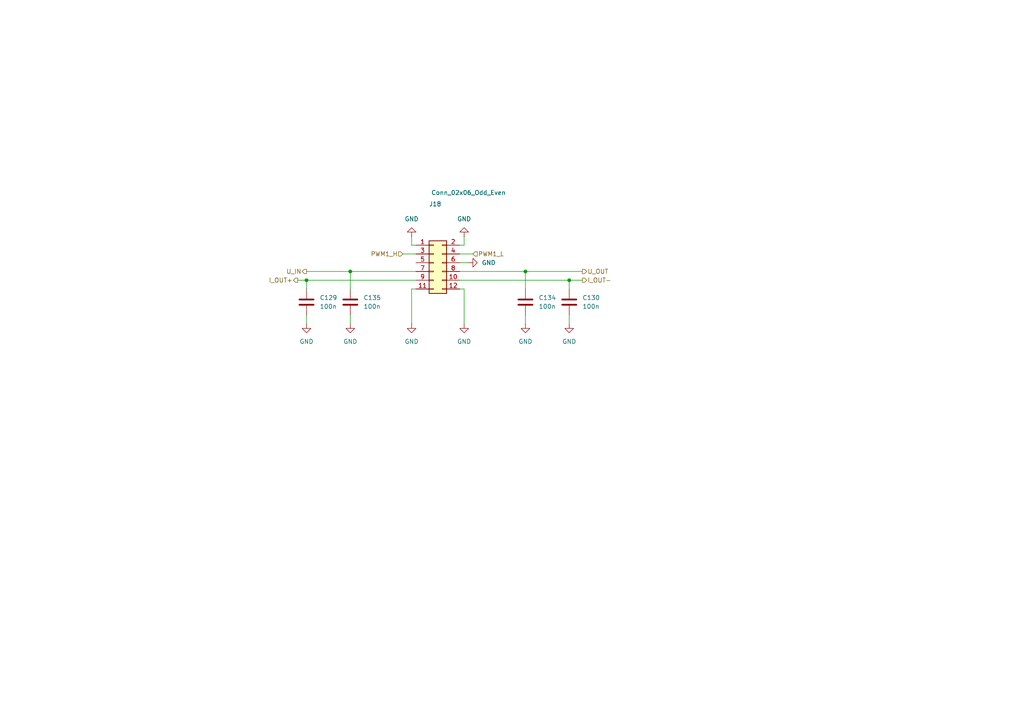
<source format=kicad_sch>
(kicad_sch
	(version 20231120)
	(generator "eeschema")
	(generator_version "8.0")
	(uuid "ce713879-9c83-4ae7-b91c-5a32c65087f7")
	(paper "A4")
	(lib_symbols
		(symbol "Connector_Generic:Conn_02x06_Odd_Even"
			(pin_names
				(offset 1.016) hide)
			(exclude_from_sim no)
			(in_bom yes)
			(on_board yes)
			(property "Reference" "J"
				(at 1.27 7.62 0)
				(effects
					(font
						(size 1.27 1.27)
					)
				)
			)
			(property "Value" "Conn_02x06_Odd_Even"
				(at 1.27 -10.16 0)
				(effects
					(font
						(size 1.27 1.27)
					)
				)
			)
			(property "Footprint" ""
				(at 0 0 0)
				(effects
					(font
						(size 1.27 1.27)
					)
					(hide yes)
				)
			)
			(property "Datasheet" "~"
				(at 0 0 0)
				(effects
					(font
						(size 1.27 1.27)
					)
					(hide yes)
				)
			)
			(property "Description" "Generic connector, double row, 02x06, odd/even pin numbering scheme (row 1 odd numbers, row 2 even numbers), script generated (kicad-library-utils/schlib/autogen/connector/)"
				(at 0 0 0)
				(effects
					(font
						(size 1.27 1.27)
					)
					(hide yes)
				)
			)
			(property "ki_keywords" "connector"
				(at 0 0 0)
				(effects
					(font
						(size 1.27 1.27)
					)
					(hide yes)
				)
			)
			(property "ki_fp_filters" "Connector*:*_2x??_*"
				(at 0 0 0)
				(effects
					(font
						(size 1.27 1.27)
					)
					(hide yes)
				)
			)
			(symbol "Conn_02x06_Odd_Even_1_1"
				(rectangle
					(start -1.27 -7.493)
					(end 0 -7.747)
					(stroke
						(width 0.1524)
						(type default)
					)
					(fill
						(type none)
					)
				)
				(rectangle
					(start -1.27 -4.953)
					(end 0 -5.207)
					(stroke
						(width 0.1524)
						(type default)
					)
					(fill
						(type none)
					)
				)
				(rectangle
					(start -1.27 -2.413)
					(end 0 -2.667)
					(stroke
						(width 0.1524)
						(type default)
					)
					(fill
						(type none)
					)
				)
				(rectangle
					(start -1.27 0.127)
					(end 0 -0.127)
					(stroke
						(width 0.1524)
						(type default)
					)
					(fill
						(type none)
					)
				)
				(rectangle
					(start -1.27 2.667)
					(end 0 2.413)
					(stroke
						(width 0.1524)
						(type default)
					)
					(fill
						(type none)
					)
				)
				(rectangle
					(start -1.27 5.207)
					(end 0 4.953)
					(stroke
						(width 0.1524)
						(type default)
					)
					(fill
						(type none)
					)
				)
				(rectangle
					(start -1.27 6.35)
					(end 3.81 -8.89)
					(stroke
						(width 0.254)
						(type default)
					)
					(fill
						(type background)
					)
				)
				(rectangle
					(start 3.81 -7.493)
					(end 2.54 -7.747)
					(stroke
						(width 0.1524)
						(type default)
					)
					(fill
						(type none)
					)
				)
				(rectangle
					(start 3.81 -4.953)
					(end 2.54 -5.207)
					(stroke
						(width 0.1524)
						(type default)
					)
					(fill
						(type none)
					)
				)
				(rectangle
					(start 3.81 -2.413)
					(end 2.54 -2.667)
					(stroke
						(width 0.1524)
						(type default)
					)
					(fill
						(type none)
					)
				)
				(rectangle
					(start 3.81 0.127)
					(end 2.54 -0.127)
					(stroke
						(width 0.1524)
						(type default)
					)
					(fill
						(type none)
					)
				)
				(rectangle
					(start 3.81 2.667)
					(end 2.54 2.413)
					(stroke
						(width 0.1524)
						(type default)
					)
					(fill
						(type none)
					)
				)
				(rectangle
					(start 3.81 5.207)
					(end 2.54 4.953)
					(stroke
						(width 0.1524)
						(type default)
					)
					(fill
						(type none)
					)
				)
				(pin passive line
					(at -5.08 5.08 0)
					(length 3.81)
					(name "Pin_1"
						(effects
							(font
								(size 1.27 1.27)
							)
						)
					)
					(number "1"
						(effects
							(font
								(size 1.27 1.27)
							)
						)
					)
				)
				(pin passive line
					(at 7.62 -5.08 180)
					(length 3.81)
					(name "Pin_10"
						(effects
							(font
								(size 1.27 1.27)
							)
						)
					)
					(number "10"
						(effects
							(font
								(size 1.27 1.27)
							)
						)
					)
				)
				(pin passive line
					(at -5.08 -7.62 0)
					(length 3.81)
					(name "Pin_11"
						(effects
							(font
								(size 1.27 1.27)
							)
						)
					)
					(number "11"
						(effects
							(font
								(size 1.27 1.27)
							)
						)
					)
				)
				(pin passive line
					(at 7.62 -7.62 180)
					(length 3.81)
					(name "Pin_12"
						(effects
							(font
								(size 1.27 1.27)
							)
						)
					)
					(number "12"
						(effects
							(font
								(size 1.27 1.27)
							)
						)
					)
				)
				(pin passive line
					(at 7.62 5.08 180)
					(length 3.81)
					(name "Pin_2"
						(effects
							(font
								(size 1.27 1.27)
							)
						)
					)
					(number "2"
						(effects
							(font
								(size 1.27 1.27)
							)
						)
					)
				)
				(pin passive line
					(at -5.08 2.54 0)
					(length 3.81)
					(name "Pin_3"
						(effects
							(font
								(size 1.27 1.27)
							)
						)
					)
					(number "3"
						(effects
							(font
								(size 1.27 1.27)
							)
						)
					)
				)
				(pin passive line
					(at 7.62 2.54 180)
					(length 3.81)
					(name "Pin_4"
						(effects
							(font
								(size 1.27 1.27)
							)
						)
					)
					(number "4"
						(effects
							(font
								(size 1.27 1.27)
							)
						)
					)
				)
				(pin passive line
					(at -5.08 0 0)
					(length 3.81)
					(name "Pin_5"
						(effects
							(font
								(size 1.27 1.27)
							)
						)
					)
					(number "5"
						(effects
							(font
								(size 1.27 1.27)
							)
						)
					)
				)
				(pin passive line
					(at 7.62 0 180)
					(length 3.81)
					(name "Pin_6"
						(effects
							(font
								(size 1.27 1.27)
							)
						)
					)
					(number "6"
						(effects
							(font
								(size 1.27 1.27)
							)
						)
					)
				)
				(pin passive line
					(at -5.08 -2.54 0)
					(length 3.81)
					(name "Pin_7"
						(effects
							(font
								(size 1.27 1.27)
							)
						)
					)
					(number "7"
						(effects
							(font
								(size 1.27 1.27)
							)
						)
					)
				)
				(pin passive line
					(at 7.62 -2.54 180)
					(length 3.81)
					(name "Pin_8"
						(effects
							(font
								(size 1.27 1.27)
							)
						)
					)
					(number "8"
						(effects
							(font
								(size 1.27 1.27)
							)
						)
					)
				)
				(pin passive line
					(at -5.08 -5.08 0)
					(length 3.81)
					(name "Pin_9"
						(effects
							(font
								(size 1.27 1.27)
							)
						)
					)
					(number "9"
						(effects
							(font
								(size 1.27 1.27)
							)
						)
					)
				)
			)
		)
		(symbol "Device:C"
			(pin_numbers hide)
			(pin_names
				(offset 0.254)
			)
			(exclude_from_sim no)
			(in_bom yes)
			(on_board yes)
			(property "Reference" "C"
				(at 0.635 2.54 0)
				(effects
					(font
						(size 1.27 1.27)
					)
					(justify left)
				)
			)
			(property "Value" "C"
				(at 0.635 -2.54 0)
				(effects
					(font
						(size 1.27 1.27)
					)
					(justify left)
				)
			)
			(property "Footprint" ""
				(at 0.9652 -3.81 0)
				(effects
					(font
						(size 1.27 1.27)
					)
					(hide yes)
				)
			)
			(property "Datasheet" "~"
				(at 0 0 0)
				(effects
					(font
						(size 1.27 1.27)
					)
					(hide yes)
				)
			)
			(property "Description" "Unpolarized capacitor"
				(at 0 0 0)
				(effects
					(font
						(size 1.27 1.27)
					)
					(hide yes)
				)
			)
			(property "ki_keywords" "cap capacitor"
				(at 0 0 0)
				(effects
					(font
						(size 1.27 1.27)
					)
					(hide yes)
				)
			)
			(property "ki_fp_filters" "C_*"
				(at 0 0 0)
				(effects
					(font
						(size 1.27 1.27)
					)
					(hide yes)
				)
			)
			(symbol "C_0_1"
				(polyline
					(pts
						(xy -2.032 -0.762) (xy 2.032 -0.762)
					)
					(stroke
						(width 0.508)
						(type default)
					)
					(fill
						(type none)
					)
				)
				(polyline
					(pts
						(xy -2.032 0.762) (xy 2.032 0.762)
					)
					(stroke
						(width 0.508)
						(type default)
					)
					(fill
						(type none)
					)
				)
			)
			(symbol "C_1_1"
				(pin passive line
					(at 0 3.81 270)
					(length 2.794)
					(name "~"
						(effects
							(font
								(size 1.27 1.27)
							)
						)
					)
					(number "1"
						(effects
							(font
								(size 1.27 1.27)
							)
						)
					)
				)
				(pin passive line
					(at 0 -3.81 90)
					(length 2.794)
					(name "~"
						(effects
							(font
								(size 1.27 1.27)
							)
						)
					)
					(number "2"
						(effects
							(font
								(size 1.27 1.27)
							)
						)
					)
				)
			)
		)
		(symbol "power:GND"
			(power)
			(pin_numbers hide)
			(pin_names
				(offset 0) hide)
			(exclude_from_sim no)
			(in_bom yes)
			(on_board yes)
			(property "Reference" "#PWR"
				(at 0 -6.35 0)
				(effects
					(font
						(size 1.27 1.27)
					)
					(hide yes)
				)
			)
			(property "Value" "GND"
				(at 0 -3.81 0)
				(effects
					(font
						(size 1.27 1.27)
					)
				)
			)
			(property "Footprint" ""
				(at 0 0 0)
				(effects
					(font
						(size 1.27 1.27)
					)
					(hide yes)
				)
			)
			(property "Datasheet" ""
				(at 0 0 0)
				(effects
					(font
						(size 1.27 1.27)
					)
					(hide yes)
				)
			)
			(property "Description" "Power symbol creates a global label with name \"GND\" , ground"
				(at 0 0 0)
				(effects
					(font
						(size 1.27 1.27)
					)
					(hide yes)
				)
			)
			(property "ki_keywords" "global power"
				(at 0 0 0)
				(effects
					(font
						(size 1.27 1.27)
					)
					(hide yes)
				)
			)
			(symbol "GND_0_1"
				(polyline
					(pts
						(xy 0 0) (xy 0 -1.27) (xy 1.27 -1.27) (xy 0 -2.54) (xy -1.27 -1.27) (xy 0 -1.27)
					)
					(stroke
						(width 0)
						(type default)
					)
					(fill
						(type none)
					)
				)
			)
			(symbol "GND_1_1"
				(pin power_in line
					(at 0 0 270)
					(length 0)
					(name "~"
						(effects
							(font
								(size 1.27 1.27)
							)
						)
					)
					(number "1"
						(effects
							(font
								(size 1.27 1.27)
							)
						)
					)
				)
			)
		)
	)
	(junction
		(at 88.9 81.28)
		(diameter 0)
		(color 0 0 0 0)
		(uuid "21981d1a-45ac-4942-a27b-7fad3ebe44f2")
	)
	(junction
		(at 152.4 78.74)
		(diameter 0)
		(color 0 0 0 0)
		(uuid "67063bbc-6a55-41e7-9823-f9486932841e")
	)
	(junction
		(at 101.6 78.74)
		(diameter 0)
		(color 0 0 0 0)
		(uuid "e17c1e73-6044-4f74-af71-9df2833a5e4b")
	)
	(junction
		(at 165.1 81.28)
		(diameter 0)
		(color 0 0 0 0)
		(uuid "f914df06-bc47-4e5f-9ac0-d541d36c2171")
	)
	(wire
		(pts
			(xy 88.9 81.28) (xy 88.9 83.82)
		)
		(stroke
			(width 0)
			(type default)
		)
		(uuid "0bb93f08-025a-43ba-8f28-8abcf49dee0a")
	)
	(wire
		(pts
			(xy 88.9 81.28) (xy 120.65 81.28)
		)
		(stroke
			(width 0)
			(type default)
		)
		(uuid "0c6a9829-2a1d-4916-b203-381fa212a230")
	)
	(wire
		(pts
			(xy 101.6 78.74) (xy 120.65 78.74)
		)
		(stroke
			(width 0)
			(type default)
		)
		(uuid "143e170f-6504-4c07-ba13-c469ab1f9fe3")
	)
	(wire
		(pts
			(xy 133.35 83.82) (xy 134.62 83.82)
		)
		(stroke
			(width 0)
			(type default)
		)
		(uuid "15b4eccd-2ada-4d71-a2bf-dbe9101d09ef")
	)
	(wire
		(pts
			(xy 86.36 81.28) (xy 88.9 81.28)
		)
		(stroke
			(width 0)
			(type default)
		)
		(uuid "1e697bfe-6186-4890-944f-d0bda0c2e228")
	)
	(wire
		(pts
			(xy 134.62 83.82) (xy 134.62 93.98)
		)
		(stroke
			(width 0)
			(type default)
		)
		(uuid "2b1a8089-16e4-42b7-a459-f96f5df357d1")
	)
	(wire
		(pts
			(xy 133.35 81.28) (xy 165.1 81.28)
		)
		(stroke
			(width 0)
			(type default)
		)
		(uuid "4297740a-3399-4982-b4f4-53b7f41bf088")
	)
	(wire
		(pts
			(xy 152.4 78.74) (xy 168.91 78.74)
		)
		(stroke
			(width 0)
			(type default)
		)
		(uuid "42dc4440-585c-4468-a523-8532c50fc492")
	)
	(wire
		(pts
			(xy 165.1 91.44) (xy 165.1 93.98)
		)
		(stroke
			(width 0)
			(type default)
		)
		(uuid "482197aa-d1e9-488f-93f8-2aa56be83deb")
	)
	(wire
		(pts
			(xy 88.9 78.74) (xy 101.6 78.74)
		)
		(stroke
			(width 0)
			(type default)
		)
		(uuid "60efd595-2460-4087-9a81-5228c88be8d4")
	)
	(wire
		(pts
			(xy 101.6 91.44) (xy 101.6 93.98)
		)
		(stroke
			(width 0)
			(type default)
		)
		(uuid "6d52c0c8-9f67-429d-a282-dcb2bfaee968")
	)
	(wire
		(pts
			(xy 119.38 93.98) (xy 119.38 83.82)
		)
		(stroke
			(width 0)
			(type default)
		)
		(uuid "8d9a8343-f319-4493-ac60-65633898051e")
	)
	(wire
		(pts
			(xy 165.1 81.28) (xy 165.1 83.82)
		)
		(stroke
			(width 0)
			(type default)
		)
		(uuid "9246206e-3e19-4d5e-bc46-d35b92405dab")
	)
	(wire
		(pts
			(xy 133.35 76.2) (xy 135.89 76.2)
		)
		(stroke
			(width 0)
			(type default)
		)
		(uuid "99fceb3a-aee5-4223-9715-4573019f7a13")
	)
	(wire
		(pts
			(xy 134.62 71.12) (xy 134.62 68.58)
		)
		(stroke
			(width 0)
			(type default)
		)
		(uuid "a105370d-7661-4dbb-94fe-5612c8f76377")
	)
	(wire
		(pts
			(xy 119.38 68.58) (xy 119.38 71.12)
		)
		(stroke
			(width 0)
			(type default)
		)
		(uuid "a24524cd-734f-484c-9e73-81440e8c21da")
	)
	(wire
		(pts
			(xy 119.38 71.12) (xy 120.65 71.12)
		)
		(stroke
			(width 0)
			(type default)
		)
		(uuid "a6ff196e-c3c2-4b18-939d-f0993df27420")
	)
	(wire
		(pts
			(xy 133.35 71.12) (xy 134.62 71.12)
		)
		(stroke
			(width 0)
			(type default)
		)
		(uuid "a9488306-da64-43f4-953e-ef8060b37e72")
	)
	(wire
		(pts
			(xy 88.9 91.44) (xy 88.9 93.98)
		)
		(stroke
			(width 0)
			(type default)
		)
		(uuid "adf91d9a-b451-45be-95ce-5a14aaa45ebf")
	)
	(wire
		(pts
			(xy 101.6 78.74) (xy 101.6 83.82)
		)
		(stroke
			(width 0)
			(type default)
		)
		(uuid "b2b44eb6-e8cb-4d0f-bea1-547d45afd980")
	)
	(wire
		(pts
			(xy 133.35 73.66) (xy 137.16 73.66)
		)
		(stroke
			(width 0)
			(type default)
		)
		(uuid "b4efffc2-b52e-4b7f-8fc2-b98fa477b95a")
	)
	(wire
		(pts
			(xy 152.4 91.44) (xy 152.4 93.98)
		)
		(stroke
			(width 0)
			(type default)
		)
		(uuid "c162c3ee-f10d-40b7-9c1d-f7d3e3170d77")
	)
	(wire
		(pts
			(xy 152.4 78.74) (xy 152.4 83.82)
		)
		(stroke
			(width 0)
			(type default)
		)
		(uuid "ca68e96a-9195-4162-a2f3-9f54be54b98f")
	)
	(wire
		(pts
			(xy 116.84 73.66) (xy 120.65 73.66)
		)
		(stroke
			(width 0)
			(type default)
		)
		(uuid "cd2dad91-fe39-43c3-b36f-7c87637cfc7c")
	)
	(wire
		(pts
			(xy 133.35 78.74) (xy 152.4 78.74)
		)
		(stroke
			(width 0)
			(type default)
		)
		(uuid "d8ff4679-d044-47fe-8d1d-13167a9cd701")
	)
	(wire
		(pts
			(xy 165.1 81.28) (xy 168.91 81.28)
		)
		(stroke
			(width 0)
			(type default)
		)
		(uuid "ddca5bd0-ed98-42f5-9b47-b5f2aa48b44f")
	)
	(wire
		(pts
			(xy 119.38 83.82) (xy 120.65 83.82)
		)
		(stroke
			(width 0)
			(type default)
		)
		(uuid "e202ce03-a588-4dbe-97b7-22832e1066d1")
	)
	(hierarchical_label "U_IN"
		(shape output)
		(at 88.9 78.74 180)
		(fields_autoplaced yes)
		(effects
			(font
				(size 1.27 1.27)
			)
			(justify right)
		)
		(uuid "28b6af6c-bd2f-4763-827f-ea4b7e268e5a")
	)
	(hierarchical_label "PWM1_L"
		(shape input)
		(at 137.16 73.66 0)
		(fields_autoplaced yes)
		(effects
			(font
				(size 1.27 1.27)
			)
			(justify left)
		)
		(uuid "50e63fbf-02f0-41f7-8f2d-931f051e1a16")
	)
	(hierarchical_label "I_OUT-"
		(shape output)
		(at 168.91 81.28 0)
		(fields_autoplaced yes)
		(effects
			(font
				(size 1.27 1.27)
			)
			(justify left)
		)
		(uuid "5b83dd1a-98f7-456d-92ec-d001e4eabb51")
	)
	(hierarchical_label "PWM1_H"
		(shape input)
		(at 116.84 73.66 180)
		(fields_autoplaced yes)
		(effects
			(font
				(size 1.27 1.27)
			)
			(justify right)
		)
		(uuid "ca2ea007-e10f-44b2-ad59-85565ba60bb2")
	)
	(hierarchical_label "I_OUT+"
		(shape output)
		(at 86.36 81.28 180)
		(fields_autoplaced yes)
		(effects
			(font
				(size 1.27 1.27)
			)
			(justify right)
		)
		(uuid "cff7ff99-e51e-4df5-be26-2ca7efbd0df1")
	)
	(hierarchical_label "U_OUT"
		(shape output)
		(at 168.91 78.74 0)
		(fields_autoplaced yes)
		(effects
			(font
				(size 1.27 1.27)
			)
			(justify left)
		)
		(uuid "f719981d-5244-4ce9-af1a-ae94d1be983b")
	)
	(symbol
		(lib_id "power:GND")
		(at 119.38 93.98 0)
		(unit 1)
		(exclude_from_sim no)
		(in_bom yes)
		(on_board yes)
		(dnp no)
		(fields_autoplaced yes)
		(uuid "2d301004-4f7f-45ce-8098-13e5e674ac22")
		(property "Reference" "#PWR0306"
			(at 119.38 100.33 0)
			(effects
				(font
					(size 1.27 1.27)
				)
				(hide yes)
			)
		)
		(property "Value" "GND"
			(at 119.38 99.06 0)
			(effects
				(font
					(size 1.27 1.27)
				)
			)
		)
		(property "Footprint" ""
			(at 119.38 93.98 0)
			(effects
				(font
					(size 1.27 1.27)
				)
				(hide yes)
			)
		)
		(property "Datasheet" ""
			(at 119.38 93.98 0)
			(effects
				(font
					(size 1.27 1.27)
				)
				(hide yes)
			)
		)
		(property "Description" "Power symbol creates a global label with name \"GND\" , ground"
			(at 119.38 93.98 0)
			(effects
				(font
					(size 1.27 1.27)
				)
				(hide yes)
			)
		)
		(pin "1"
			(uuid "58e65120-d62c-4af0-90fe-0a5180c9af70")
		)
		(instances
			(project "controll_board"
				(path "/c727c9ac-c904-48c5-97eb-b572033b6df0/5f32af07-e9d2-45ba-ab74-29701d31c4fd"
					(reference "#PWR0306")
					(unit 1)
				)
			)
		)
	)
	(symbol
		(lib_id "Device:C")
		(at 88.9 87.63 0)
		(mirror y)
		(unit 1)
		(exclude_from_sim no)
		(in_bom yes)
		(on_board yes)
		(dnp no)
		(fields_autoplaced yes)
		(uuid "36feaed3-192b-43c8-bdc9-c19c4993eab1")
		(property "Reference" "C129"
			(at 92.71 86.3599 0)
			(effects
				(font
					(size 1.27 1.27)
				)
				(justify right)
			)
		)
		(property "Value" "100n"
			(at 92.71 88.8999 0)
			(effects
				(font
					(size 1.27 1.27)
				)
				(justify right)
			)
		)
		(property "Footprint" "Capacitor_SMD:C_0603_1608Metric"
			(at 87.9348 91.44 0)
			(effects
				(font
					(size 1.27 1.27)
				)
				(hide yes)
			)
		)
		(property "Datasheet" "~"
			(at 88.9 87.63 0)
			(effects
				(font
					(size 1.27 1.27)
				)
				(hide yes)
			)
		)
		(property "Description" "Unpolarized capacitor"
			(at 88.9 87.63 0)
			(effects
				(font
					(size 1.27 1.27)
				)
				(hide yes)
			)
		)
		(property "Voltage" ""
			(at 88.9 87.63 0)
			(effects
				(font
					(size 1.27 1.27)
				)
			)
		)
		(pin "2"
			(uuid "de86de0c-cf22-44d5-b6ee-0d3981d8ada4")
		)
		(pin "1"
			(uuid "69206ba7-7204-4b8e-bcd3-1ce4e0fa825a")
		)
		(instances
			(project "controll_board"
				(path "/c727c9ac-c904-48c5-97eb-b572033b6df0/5f32af07-e9d2-45ba-ab74-29701d31c4fd"
					(reference "C129")
					(unit 1)
				)
			)
		)
	)
	(symbol
		(lib_id "power:GND")
		(at 135.89 76.2 90)
		(unit 1)
		(exclude_from_sim no)
		(in_bom yes)
		(on_board yes)
		(dnp no)
		(fields_autoplaced yes)
		(uuid "3c7af6e8-1e31-453a-b303-5753f1173fc4")
		(property "Reference" "#PWR0312"
			(at 142.24 76.2 0)
			(effects
				(font
					(size 1.27 1.27)
				)
				(hide yes)
			)
		)
		(property "Value" "GND"
			(at 139.7 76.1999 90)
			(effects
				(font
					(size 1.27 1.27)
				)
				(justify right)
			)
		)
		(property "Footprint" ""
			(at 135.89 76.2 0)
			(effects
				(font
					(size 1.27 1.27)
				)
				(hide yes)
			)
		)
		(property "Datasheet" ""
			(at 135.89 76.2 0)
			(effects
				(font
					(size 1.27 1.27)
				)
				(hide yes)
			)
		)
		(property "Description" "Power symbol creates a global label with name \"GND\" , ground"
			(at 135.89 76.2 0)
			(effects
				(font
					(size 1.27 1.27)
				)
				(hide yes)
			)
		)
		(pin "1"
			(uuid "01be6c55-9f49-4e5f-96b6-b2e96bf48e87")
		)
		(instances
			(project "controll_board"
				(path "/c727c9ac-c904-48c5-97eb-b572033b6df0/5f32af07-e9d2-45ba-ab74-29701d31c4fd"
					(reference "#PWR0312")
					(unit 1)
				)
			)
		)
	)
	(symbol
		(lib_id "power:GND")
		(at 165.1 93.98 0)
		(unit 1)
		(exclude_from_sim no)
		(in_bom yes)
		(on_board yes)
		(dnp no)
		(fields_autoplaced yes)
		(uuid "4b3ac13d-e924-460e-ab6d-d171fbfc8c83")
		(property "Reference" "#PWR0310"
			(at 165.1 100.33 0)
			(effects
				(font
					(size 1.27 1.27)
				)
				(hide yes)
			)
		)
		(property "Value" "GND"
			(at 165.1 99.06 0)
			(effects
				(font
					(size 1.27 1.27)
				)
			)
		)
		(property "Footprint" ""
			(at 165.1 93.98 0)
			(effects
				(font
					(size 1.27 1.27)
				)
				(hide yes)
			)
		)
		(property "Datasheet" ""
			(at 165.1 93.98 0)
			(effects
				(font
					(size 1.27 1.27)
				)
				(hide yes)
			)
		)
		(property "Description" "Power symbol creates a global label with name \"GND\" , ground"
			(at 165.1 93.98 0)
			(effects
				(font
					(size 1.27 1.27)
				)
				(hide yes)
			)
		)
		(pin "1"
			(uuid "ea46b919-71ea-4c64-bf03-e21fcc0b5a4f")
		)
		(instances
			(project "controll_board"
				(path "/c727c9ac-c904-48c5-97eb-b572033b6df0/5f32af07-e9d2-45ba-ab74-29701d31c4fd"
					(reference "#PWR0310")
					(unit 1)
				)
			)
		)
	)
	(symbol
		(lib_id "Device:C")
		(at 165.1 87.63 0)
		(mirror y)
		(unit 1)
		(exclude_from_sim no)
		(in_bom yes)
		(on_board yes)
		(dnp no)
		(fields_autoplaced yes)
		(uuid "5dcceb03-2848-47a0-bfbf-ee1e5172e250")
		(property "Reference" "C130"
			(at 168.91 86.3599 0)
			(effects
				(font
					(size 1.27 1.27)
				)
				(justify right)
			)
		)
		(property "Value" "100n"
			(at 168.91 88.8999 0)
			(effects
				(font
					(size 1.27 1.27)
				)
				(justify right)
			)
		)
		(property "Footprint" "Capacitor_SMD:C_0603_1608Metric"
			(at 164.1348 91.44 0)
			(effects
				(font
					(size 1.27 1.27)
				)
				(hide yes)
			)
		)
		(property "Datasheet" "~"
			(at 165.1 87.63 0)
			(effects
				(font
					(size 1.27 1.27)
				)
				(hide yes)
			)
		)
		(property "Description" "Unpolarized capacitor"
			(at 165.1 87.63 0)
			(effects
				(font
					(size 1.27 1.27)
				)
				(hide yes)
			)
		)
		(property "Voltage" ""
			(at 165.1 87.63 0)
			(effects
				(font
					(size 1.27 1.27)
				)
			)
		)
		(pin "2"
			(uuid "25f96d3a-208a-4509-95bd-ef588cd22dae")
		)
		(pin "1"
			(uuid "fce6e448-9c02-45a3-9af3-9bc6111177ef")
		)
		(instances
			(project "controll_board"
				(path "/c727c9ac-c904-48c5-97eb-b572033b6df0/5f32af07-e9d2-45ba-ab74-29701d31c4fd"
					(reference "C130")
					(unit 1)
				)
			)
		)
	)
	(symbol
		(lib_id "power:GND")
		(at 134.62 68.58 180)
		(unit 1)
		(exclude_from_sim no)
		(in_bom yes)
		(on_board yes)
		(dnp no)
		(fields_autoplaced yes)
		(uuid "6452d437-3580-49fc-b025-dbb770568b19")
		(property "Reference" "#PWR0308"
			(at 134.62 62.23 0)
			(effects
				(font
					(size 1.27 1.27)
				)
				(hide yes)
			)
		)
		(property "Value" "GND"
			(at 134.62 63.5 0)
			(effects
				(font
					(size 1.27 1.27)
				)
			)
		)
		(property "Footprint" ""
			(at 134.62 68.58 0)
			(effects
				(font
					(size 1.27 1.27)
				)
				(hide yes)
			)
		)
		(property "Datasheet" ""
			(at 134.62 68.58 0)
			(effects
				(font
					(size 1.27 1.27)
				)
				(hide yes)
			)
		)
		(property "Description" "Power symbol creates a global label with name \"GND\" , ground"
			(at 134.62 68.58 0)
			(effects
				(font
					(size 1.27 1.27)
				)
				(hide yes)
			)
		)
		(pin "1"
			(uuid "ffc83870-03ac-4909-ac76-974fec70ec74")
		)
		(instances
			(project "controll_board"
				(path "/c727c9ac-c904-48c5-97eb-b572033b6df0/5f32af07-e9d2-45ba-ab74-29701d31c4fd"
					(reference "#PWR0308")
					(unit 1)
				)
			)
		)
	)
	(symbol
		(lib_id "Connector_Generic:Conn_02x06_Odd_Even")
		(at 125.73 76.2 0)
		(unit 1)
		(exclude_from_sim no)
		(in_bom yes)
		(on_board yes)
		(dnp no)
		(uuid "81d301e2-22e4-4722-8c29-053fbd620a68")
		(property "Reference" "J18"
			(at 126.238 59.182 0)
			(effects
				(font
					(size 1.27 1.27)
				)
			)
		)
		(property "Value" "Conn_02x06_Odd_Even"
			(at 135.89 55.88 0)
			(effects
				(font
					(size 1.27 1.27)
				)
			)
		)
		(property "Footprint" ""
			(at 125.73 76.2 0)
			(effects
				(font
					(size 1.27 1.27)
				)
				(hide yes)
			)
		)
		(property "Datasheet" "~"
			(at 125.73 76.2 0)
			(effects
				(font
					(size 1.27 1.27)
				)
				(hide yes)
			)
		)
		(property "Description" "Generic connector, double row, 02x06, odd/even pin numbering scheme (row 1 odd numbers, row 2 even numbers), script generated (kicad-library-utils/schlib/autogen/connector/)"
			(at 125.73 76.2 0)
			(effects
				(font
					(size 1.27 1.27)
				)
				(hide yes)
			)
		)
		(pin "8"
			(uuid "93175269-27b6-4574-a0bc-235f7e5b39d4")
		)
		(pin "4"
			(uuid "b6d48e46-83e7-45ac-a237-d95d6094d16c")
		)
		(pin "10"
			(uuid "5482b525-0b4e-4fc1-a942-38e51b0f8111")
		)
		(pin "1"
			(uuid "abb1ea33-4c00-4d10-9244-d9c471a2340c")
		)
		(pin "12"
			(uuid "edcba7e0-db76-4b09-a2eb-248df16e41a6")
		)
		(pin "11"
			(uuid "57c7cf87-b195-45d1-8f2a-42973de1e1af")
		)
		(pin "7"
			(uuid "236d0692-9ffe-43a0-814d-81ec73d1bafa")
		)
		(pin "2"
			(uuid "84df1f5d-273c-43e1-8c57-83698d210850")
		)
		(pin "3"
			(uuid "344078e7-9e36-4cd6-bfab-d62ce9a41146")
		)
		(pin "5"
			(uuid "25d7dac1-397f-4d89-b896-bf68731c01b6")
		)
		(pin "6"
			(uuid "5fc6e0e0-1751-4e59-af65-c207f03944bc")
		)
		(pin "9"
			(uuid "484386bc-4da0-4d45-8893-afef95085571")
		)
		(instances
			(project "controll_board"
				(path "/c727c9ac-c904-48c5-97eb-b572033b6df0/5f32af07-e9d2-45ba-ab74-29701d31c4fd"
					(reference "J18")
					(unit 1)
				)
			)
		)
	)
	(symbol
		(lib_id "Device:C")
		(at 152.4 87.63 0)
		(mirror y)
		(unit 1)
		(exclude_from_sim no)
		(in_bom yes)
		(on_board yes)
		(dnp no)
		(fields_autoplaced yes)
		(uuid "938b477d-f0c3-4ae1-857b-cd1f3b09acc0")
		(property "Reference" "C134"
			(at 156.21 86.3599 0)
			(effects
				(font
					(size 1.27 1.27)
				)
				(justify right)
			)
		)
		(property "Value" "100n"
			(at 156.21 88.8999 0)
			(effects
				(font
					(size 1.27 1.27)
				)
				(justify right)
			)
		)
		(property "Footprint" "Capacitor_SMD:C_0603_1608Metric"
			(at 151.4348 91.44 0)
			(effects
				(font
					(size 1.27 1.27)
				)
				(hide yes)
			)
		)
		(property "Datasheet" "~"
			(at 152.4 87.63 0)
			(effects
				(font
					(size 1.27 1.27)
				)
				(hide yes)
			)
		)
		(property "Description" "Unpolarized capacitor"
			(at 152.4 87.63 0)
			(effects
				(font
					(size 1.27 1.27)
				)
				(hide yes)
			)
		)
		(property "Voltage" ""
			(at 152.4 87.63 0)
			(effects
				(font
					(size 1.27 1.27)
				)
			)
		)
		(pin "2"
			(uuid "a5e4d1ea-a31c-4c2d-9410-ffb57f178ae4")
		)
		(pin "1"
			(uuid "348da5d0-027b-4cb4-b1a0-511e7a36a5f6")
		)
		(instances
			(project "controll_board"
				(path "/c727c9ac-c904-48c5-97eb-b572033b6df0/5f32af07-e9d2-45ba-ab74-29701d31c4fd"
					(reference "C134")
					(unit 1)
				)
			)
		)
	)
	(symbol
		(lib_id "power:GND")
		(at 101.6 93.98 0)
		(unit 1)
		(exclude_from_sim no)
		(in_bom yes)
		(on_board yes)
		(dnp no)
		(fields_autoplaced yes)
		(uuid "948fad58-285a-488a-84db-172674c37e32")
		(property "Reference" "#PWR0323"
			(at 101.6 100.33 0)
			(effects
				(font
					(size 1.27 1.27)
				)
				(hide yes)
			)
		)
		(property "Value" "GND"
			(at 101.6 99.06 0)
			(effects
				(font
					(size 1.27 1.27)
				)
			)
		)
		(property "Footprint" ""
			(at 101.6 93.98 0)
			(effects
				(font
					(size 1.27 1.27)
				)
				(hide yes)
			)
		)
		(property "Datasheet" ""
			(at 101.6 93.98 0)
			(effects
				(font
					(size 1.27 1.27)
				)
				(hide yes)
			)
		)
		(property "Description" "Power symbol creates a global label with name \"GND\" , ground"
			(at 101.6 93.98 0)
			(effects
				(font
					(size 1.27 1.27)
				)
				(hide yes)
			)
		)
		(pin "1"
			(uuid "e71ca080-e686-47a5-b603-0f08c437bc90")
		)
		(instances
			(project "controll_board"
				(path "/c727c9ac-c904-48c5-97eb-b572033b6df0/5f32af07-e9d2-45ba-ab74-29701d31c4fd"
					(reference "#PWR0323")
					(unit 1)
				)
			)
		)
	)
	(symbol
		(lib_id "Device:C")
		(at 101.6 87.63 0)
		(mirror y)
		(unit 1)
		(exclude_from_sim no)
		(in_bom yes)
		(on_board yes)
		(dnp no)
		(fields_autoplaced yes)
		(uuid "9680fc20-afae-49e6-9ba0-21b181331e0e")
		(property "Reference" "C135"
			(at 105.41 86.3599 0)
			(effects
				(font
					(size 1.27 1.27)
				)
				(justify right)
			)
		)
		(property "Value" "100n"
			(at 105.41 88.8999 0)
			(effects
				(font
					(size 1.27 1.27)
				)
				(justify right)
			)
		)
		(property "Footprint" "Capacitor_SMD:C_0603_1608Metric"
			(at 100.6348 91.44 0)
			(effects
				(font
					(size 1.27 1.27)
				)
				(hide yes)
			)
		)
		(property "Datasheet" "~"
			(at 101.6 87.63 0)
			(effects
				(font
					(size 1.27 1.27)
				)
				(hide yes)
			)
		)
		(property "Description" "Unpolarized capacitor"
			(at 101.6 87.63 0)
			(effects
				(font
					(size 1.27 1.27)
				)
				(hide yes)
			)
		)
		(property "Voltage" ""
			(at 101.6 87.63 0)
			(effects
				(font
					(size 1.27 1.27)
				)
			)
		)
		(pin "2"
			(uuid "32cc541b-f7a0-4ff3-bb0a-b4f12d15053c")
		)
		(pin "1"
			(uuid "218b240b-041f-4a3d-b89f-1dfca0d3afc2")
		)
		(instances
			(project "controll_board"
				(path "/c727c9ac-c904-48c5-97eb-b572033b6df0/5f32af07-e9d2-45ba-ab74-29701d31c4fd"
					(reference "C135")
					(unit 1)
				)
			)
		)
	)
	(symbol
		(lib_id "power:GND")
		(at 119.38 68.58 180)
		(unit 1)
		(exclude_from_sim no)
		(in_bom yes)
		(on_board yes)
		(dnp no)
		(fields_autoplaced yes)
		(uuid "bd2cd05f-8603-4fc3-82e5-df9a7004bcd9")
		(property "Reference" "#PWR0309"
			(at 119.38 62.23 0)
			(effects
				(font
					(size 1.27 1.27)
				)
				(hide yes)
			)
		)
		(property "Value" "GND"
			(at 119.38 63.5 0)
			(effects
				(font
					(size 1.27 1.27)
				)
			)
		)
		(property "Footprint" ""
			(at 119.38 68.58 0)
			(effects
				(font
					(size 1.27 1.27)
				)
				(hide yes)
			)
		)
		(property "Datasheet" ""
			(at 119.38 68.58 0)
			(effects
				(font
					(size 1.27 1.27)
				)
				(hide yes)
			)
		)
		(property "Description" "Power symbol creates a global label with name \"GND\" , ground"
			(at 119.38 68.58 0)
			(effects
				(font
					(size 1.27 1.27)
				)
				(hide yes)
			)
		)
		(pin "1"
			(uuid "57169300-fb81-4fea-9b0e-4bbc9c924f70")
		)
		(instances
			(project "controll_board"
				(path "/c727c9ac-c904-48c5-97eb-b572033b6df0/5f32af07-e9d2-45ba-ab74-29701d31c4fd"
					(reference "#PWR0309")
					(unit 1)
				)
			)
		)
	)
	(symbol
		(lib_id "power:GND")
		(at 88.9 93.98 0)
		(unit 1)
		(exclude_from_sim no)
		(in_bom yes)
		(on_board yes)
		(dnp no)
		(fields_autoplaced yes)
		(uuid "bf2ea888-78e4-4dea-9e4c-856380e95dc2")
		(property "Reference" "#PWR0311"
			(at 88.9 100.33 0)
			(effects
				(font
					(size 1.27 1.27)
				)
				(hide yes)
			)
		)
		(property "Value" "GND"
			(at 88.9 99.06 0)
			(effects
				(font
					(size 1.27 1.27)
				)
			)
		)
		(property "Footprint" ""
			(at 88.9 93.98 0)
			(effects
				(font
					(size 1.27 1.27)
				)
				(hide yes)
			)
		)
		(property "Datasheet" ""
			(at 88.9 93.98 0)
			(effects
				(font
					(size 1.27 1.27)
				)
				(hide yes)
			)
		)
		(property "Description" "Power symbol creates a global label with name \"GND\" , ground"
			(at 88.9 93.98 0)
			(effects
				(font
					(size 1.27 1.27)
				)
				(hide yes)
			)
		)
		(pin "1"
			(uuid "c40c38bf-59f3-4201-93a2-38ce72559ec1")
		)
		(instances
			(project "controll_board"
				(path "/c727c9ac-c904-48c5-97eb-b572033b6df0/5f32af07-e9d2-45ba-ab74-29701d31c4fd"
					(reference "#PWR0311")
					(unit 1)
				)
			)
		)
	)
	(symbol
		(lib_id "power:GND")
		(at 152.4 93.98 0)
		(unit 1)
		(exclude_from_sim no)
		(in_bom yes)
		(on_board yes)
		(dnp no)
		(fields_autoplaced yes)
		(uuid "c8afb877-7732-4128-8883-1b13bdfedbd5")
		(property "Reference" "#PWR0322"
			(at 152.4 100.33 0)
			(effects
				(font
					(size 1.27 1.27)
				)
				(hide yes)
			)
		)
		(property "Value" "GND"
			(at 152.4 99.06 0)
			(effects
				(font
					(size 1.27 1.27)
				)
			)
		)
		(property "Footprint" ""
			(at 152.4 93.98 0)
			(effects
				(font
					(size 1.27 1.27)
				)
				(hide yes)
			)
		)
		(property "Datasheet" ""
			(at 152.4 93.98 0)
			(effects
				(font
					(size 1.27 1.27)
				)
				(hide yes)
			)
		)
		(property "Description" "Power symbol creates a global label with name \"GND\" , ground"
			(at 152.4 93.98 0)
			(effects
				(font
					(size 1.27 1.27)
				)
				(hide yes)
			)
		)
		(pin "1"
			(uuid "b183756a-9a60-4cb0-9f8d-c9ba47bb1cce")
		)
		(instances
			(project "controll_board"
				(path "/c727c9ac-c904-48c5-97eb-b572033b6df0/5f32af07-e9d2-45ba-ab74-29701d31c4fd"
					(reference "#PWR0322")
					(unit 1)
				)
			)
		)
	)
	(symbol
		(lib_id "power:GND")
		(at 134.62 93.98 0)
		(unit 1)
		(exclude_from_sim no)
		(in_bom yes)
		(on_board yes)
		(dnp no)
		(fields_autoplaced yes)
		(uuid "df454c7f-d26a-4bd2-99d8-f40c3e611364")
		(property "Reference" "#PWR0307"
			(at 134.62 100.33 0)
			(effects
				(font
					(size 1.27 1.27)
				)
				(hide yes)
			)
		)
		(property "Value" "GND"
			(at 134.62 99.06 0)
			(effects
				(font
					(size 1.27 1.27)
				)
			)
		)
		(property "Footprint" ""
			(at 134.62 93.98 0)
			(effects
				(font
					(size 1.27 1.27)
				)
				(hide yes)
			)
		)
		(property "Datasheet" ""
			(at 134.62 93.98 0)
			(effects
				(font
					(size 1.27 1.27)
				)
				(hide yes)
			)
		)
		(property "Description" "Power symbol creates a global label with name \"GND\" , ground"
			(at 134.62 93.98 0)
			(effects
				(font
					(size 1.27 1.27)
				)
				(hide yes)
			)
		)
		(pin "1"
			(uuid "b9f3203a-e16e-4b22-9ac4-101e9bfe7254")
		)
		(instances
			(project "controll_board"
				(path "/c727c9ac-c904-48c5-97eb-b572033b6df0/5f32af07-e9d2-45ba-ab74-29701d31c4fd"
					(reference "#PWR0307")
					(unit 1)
				)
			)
		)
	)
)
</source>
